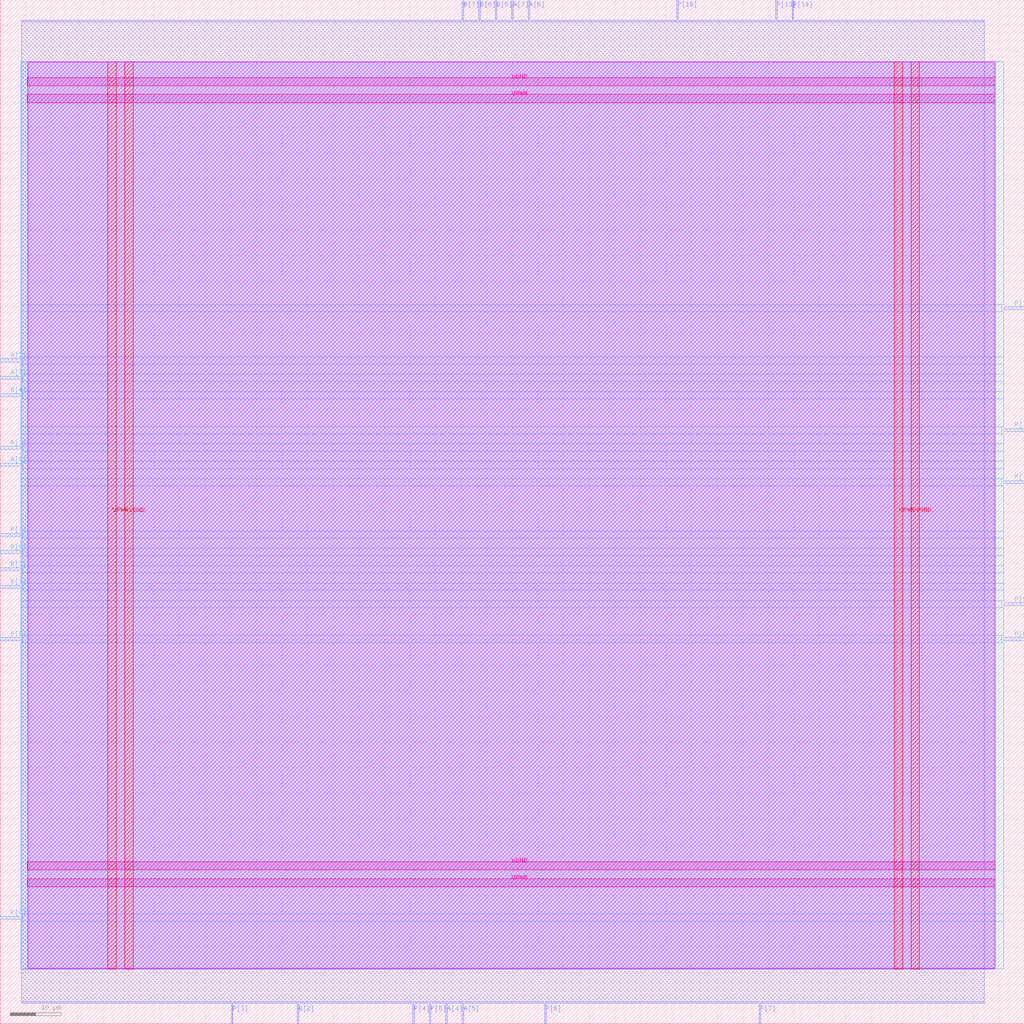
<source format=lef>
VERSION 5.7 ;
  NOWIREEXTENSIONATPIN ON ;
  DIVIDERCHAR "/" ;
  BUSBITCHARS "[]" ;
MACRO mult8_2bits_1op_e16767
  CLASS BLOCK ;
  FOREIGN mult8_2bits_1op_e16767 ;
  ORIGIN 0.000 0.000 ;
  SIZE 200.000 BY 200.000 ;
  PIN A[0]
    DIRECTION INPUT ;
    USE SIGNAL ;
    ANTENNAGATEAREA 0.495000 ;
    PORT
      LAYER met3 ;
        RECT 0.000 108.840 4.000 109.440 ;
    END
  END A[0]
  PIN A[1]
    DIRECTION INPUT ;
    USE SIGNAL ;
    ANTENNAGATEAREA 0.495000 ;
    PORT
      LAYER met3 ;
        RECT 0.000 112.240 4.000 112.840 ;
    END
  END A[1]
  PIN A[2]
    DIRECTION INPUT ;
    USE SIGNAL ;
    ANTENNAGATEAREA 0.196500 ;
    PORT
      LAYER met3 ;
        RECT 0.000 129.240 4.000 129.840 ;
    END
  END A[2]
  PIN A[3]
    DIRECTION INPUT ;
    USE SIGNAL ;
    ANTENNAGATEAREA 0.159000 ;
    PORT
      LAYER met3 ;
        RECT 0.000 125.840 4.000 126.440 ;
    END
  END A[3]
  PIN A[4]
    DIRECTION INPUT ;
    USE SIGNAL ;
    ANTENNAGATEAREA 0.126000 ;
    PORT
      LAYER met2 ;
        RECT 87.030 0.000 87.310 4.000 ;
    END
  END A[4]
  PIN A[5]
    DIRECTION INPUT ;
    USE SIGNAL ;
    ANTENNAGATEAREA 0.159000 ;
    PORT
      LAYER met2 ;
        RECT 90.250 0.000 90.530 4.000 ;
    END
  END A[5]
  PIN A[6]
    DIRECTION INPUT ;
    USE SIGNAL ;
    ANTENNAGATEAREA 0.213000 ;
    PORT
      LAYER met2 ;
        RECT 103.130 196.000 103.410 200.000 ;
    END
  END A[6]
  PIN A[7]
    DIRECTION INPUT ;
    USE SIGNAL ;
    ANTENNAGATEAREA 0.159000 ;
    PORT
      LAYER met2 ;
        RECT 99.910 196.000 100.190 200.000 ;
    END
  END A[7]
  PIN B[0]
    DIRECTION INPUT ;
    USE SIGNAL ;
    ANTENNAGATEAREA 0.213000 ;
    PORT
      LAYER met3 ;
        RECT 0.000 91.840 4.000 92.440 ;
    END
  END B[0]
  PIN B[1]
    DIRECTION INPUT ;
    USE SIGNAL ;
    ANTENNAGATEAREA 0.213000 ;
    PORT
      LAYER met3 ;
        RECT 0.000 88.440 4.000 89.040 ;
    END
  END B[1]
  PIN B[2]
    DIRECTION INPUT ;
    USE SIGNAL ;
    ANTENNAGATEAREA 0.213000 ;
    PORT
      LAYER met2 ;
        RECT 58.050 0.000 58.330 4.000 ;
    END
  END B[2]
  PIN B[3]
    DIRECTION INPUT ;
    USE SIGNAL ;
    ANTENNAGATEAREA 0.247500 ;
    PORT
      LAYER met3 ;
        RECT 0.000 85.040 4.000 85.640 ;
    END
  END B[3]
  PIN B[4]
    DIRECTION INPUT ;
    USE SIGNAL ;
    ANTENNAGATEAREA 0.159000 ;
    PORT
      LAYER met3 ;
        RECT 0.000 122.440 4.000 123.040 ;
    END
  END B[4]
  PIN B[5]
    DIRECTION INPUT ;
    USE SIGNAL ;
    ANTENNAGATEAREA 0.196500 ;
    PORT
      LAYER met2 ;
        RECT 96.690 196.000 96.970 200.000 ;
    END
  END B[5]
  PIN B[6]
    DIRECTION INPUT ;
    USE SIGNAL ;
    ANTENNAGATEAREA 0.159000 ;
    PORT
      LAYER met2 ;
        RECT 93.470 196.000 93.750 200.000 ;
    END
  END B[6]
  PIN B[7]
    DIRECTION INPUT ;
    USE SIGNAL ;
    ANTENNAGATEAREA 0.196500 ;
    PORT
      LAYER met2 ;
        RECT 90.250 196.000 90.530 200.000 ;
    END
  END B[7]
  PIN P[0]
    DIRECTION OUTPUT ;
    USE SIGNAL ;
    PORT
      LAYER met3 ;
        RECT 0.000 20.440 4.000 21.040 ;
    END
  END P[0]
  PIN P[10]
    DIRECTION OUTPUT ;
    USE SIGNAL ;
    ANTENNADIFFAREA 1.336500 ;
    PORT
      LAYER met3 ;
        RECT 196.000 105.440 200.000 106.040 ;
    END
  END P[10]
  PIN P[11]
    DIRECTION OUTPUT ;
    USE SIGNAL ;
    ANTENNADIFFAREA 1.336500 ;
    PORT
      LAYER met3 ;
        RECT 196.000 115.640 200.000 116.240 ;
    END
  END P[11]
  PIN P[12]
    DIRECTION OUTPUT ;
    USE SIGNAL ;
    ANTENNADIFFAREA 1.336500 ;
    PORT
      LAYER met3 ;
        RECT 196.000 139.440 200.000 140.040 ;
    END
  END P[12]
  PIN P[13]
    DIRECTION OUTPUT ;
    USE SIGNAL ;
    ANTENNADIFFAREA 1.336500 ;
    PORT
      LAYER met2 ;
        RECT 151.430 196.000 151.710 200.000 ;
    END
  END P[13]
  PIN P[14]
    DIRECTION OUTPUT ;
    USE SIGNAL ;
    ANTENNADIFFAREA 1.336500 ;
    PORT
      LAYER met2 ;
        RECT 154.650 196.000 154.930 200.000 ;
    END
  END P[14]
  PIN P[15]
    DIRECTION OUTPUT ;
    USE SIGNAL ;
    ANTENNADIFFAREA 1.782000 ;
    PORT
      LAYER met2 ;
        RECT 132.110 196.000 132.390 200.000 ;
    END
  END P[15]
  PIN P[1]
    DIRECTION OUTPUT ;
    USE SIGNAL ;
    ANTENNADIFFAREA 0.445500 ;
    PORT
      LAYER met3 ;
        RECT 0.000 95.240 4.000 95.840 ;
    END
  END P[1]
  PIN P[2]
    DIRECTION OUTPUT ;
    USE SIGNAL ;
    ANTENNADIFFAREA 0.445500 ;
    PORT
      LAYER met3 ;
        RECT 0.000 74.840 4.000 75.440 ;
    END
  END P[2]
  PIN P[3]
    DIRECTION OUTPUT ;
    USE SIGNAL ;
    ANTENNADIFFAREA 0.445500 ;
    PORT
      LAYER met2 ;
        RECT 45.170 0.000 45.450 4.000 ;
    END
  END P[3]
  PIN P[4]
    DIRECTION OUTPUT ;
    USE SIGNAL ;
    ANTENNADIFFAREA 0.445500 ;
    PORT
      LAYER met2 ;
        RECT 80.590 0.000 80.870 4.000 ;
    END
  END P[4]
  PIN P[5]
    DIRECTION OUTPUT ;
    USE SIGNAL ;
    ANTENNADIFFAREA 0.795200 ;
    PORT
      LAYER met2 ;
        RECT 83.810 0.000 84.090 4.000 ;
    END
  END P[5]
  PIN P[6]
    DIRECTION OUTPUT ;
    USE SIGNAL ;
    ANTENNADIFFAREA 0.891000 ;
    PORT
      LAYER met2 ;
        RECT 106.350 0.000 106.630 4.000 ;
    END
  END P[6]
  PIN P[7]
    DIRECTION OUTPUT ;
    USE SIGNAL ;
    ANTENNADIFFAREA 0.891000 ;
    PORT
      LAYER met2 ;
        RECT 148.210 0.000 148.490 4.000 ;
    END
  END P[7]
  PIN P[8]
    DIRECTION OUTPUT ;
    USE SIGNAL ;
    ANTENNADIFFAREA 0.891000 ;
    PORT
      LAYER met3 ;
        RECT 196.000 74.840 200.000 75.440 ;
    END
  END P[8]
  PIN P[9]
    DIRECTION OUTPUT ;
    USE SIGNAL ;
    ANTENNADIFFAREA 1.336500 ;
    PORT
      LAYER met3 ;
        RECT 196.000 81.640 200.000 82.240 ;
    END
  END P[9]
  PIN VGND
    DIRECTION INOUT ;
    USE GROUND ;
    PORT
      LAYER met4 ;
        RECT 24.340 10.640 25.940 187.920 ;
    END
    PORT
      LAYER met4 ;
        RECT 177.940 10.640 179.540 187.920 ;
    END
    PORT
      LAYER met5 ;
        RECT 5.280 30.030 194.360 31.630 ;
    END
    PORT
      LAYER met5 ;
        RECT 5.280 183.210 194.360 184.810 ;
    END
  END VGND
  PIN VPWR
    DIRECTION INOUT ;
    USE POWER ;
    PORT
      LAYER met4 ;
        RECT 21.040 10.640 22.640 187.920 ;
    END
    PORT
      LAYER met4 ;
        RECT 174.640 10.640 176.240 187.920 ;
    END
    PORT
      LAYER met5 ;
        RECT 5.280 26.730 194.360 28.330 ;
    END
    PORT
      LAYER met5 ;
        RECT 5.280 179.910 194.360 181.510 ;
    END
  END VPWR
  OBS
      LAYER nwell ;
        RECT 5.330 10.795 194.310 187.870 ;
      LAYER li1 ;
        RECT 5.520 10.795 194.120 187.765 ;
      LAYER met1 ;
        RECT 4.210 10.640 194.120 187.920 ;
      LAYER met2 ;
        RECT 4.230 195.720 89.970 196.000 ;
        RECT 90.810 195.720 93.190 196.000 ;
        RECT 94.030 195.720 96.410 196.000 ;
        RECT 97.250 195.720 99.630 196.000 ;
        RECT 100.470 195.720 102.850 196.000 ;
        RECT 103.690 195.720 131.830 196.000 ;
        RECT 132.670 195.720 151.150 196.000 ;
        RECT 151.990 195.720 154.370 196.000 ;
        RECT 155.210 195.720 192.190 196.000 ;
        RECT 4.230 4.280 192.190 195.720 ;
        RECT 4.230 4.000 44.890 4.280 ;
        RECT 45.730 4.000 57.770 4.280 ;
        RECT 58.610 4.000 80.310 4.280 ;
        RECT 81.150 4.000 83.530 4.280 ;
        RECT 84.370 4.000 86.750 4.280 ;
        RECT 87.590 4.000 89.970 4.280 ;
        RECT 90.810 4.000 106.070 4.280 ;
        RECT 106.910 4.000 147.930 4.280 ;
        RECT 148.770 4.000 192.190 4.280 ;
      LAYER met3 ;
        RECT 3.990 140.440 196.000 187.845 ;
        RECT 3.990 139.040 195.600 140.440 ;
        RECT 3.990 130.240 196.000 139.040 ;
        RECT 4.400 128.840 196.000 130.240 ;
        RECT 3.990 126.840 196.000 128.840 ;
        RECT 4.400 125.440 196.000 126.840 ;
        RECT 3.990 123.440 196.000 125.440 ;
        RECT 4.400 122.040 196.000 123.440 ;
        RECT 3.990 116.640 196.000 122.040 ;
        RECT 3.990 115.240 195.600 116.640 ;
        RECT 3.990 113.240 196.000 115.240 ;
        RECT 4.400 111.840 196.000 113.240 ;
        RECT 3.990 109.840 196.000 111.840 ;
        RECT 4.400 108.440 196.000 109.840 ;
        RECT 3.990 106.440 196.000 108.440 ;
        RECT 3.990 105.040 195.600 106.440 ;
        RECT 3.990 96.240 196.000 105.040 ;
        RECT 4.400 94.840 196.000 96.240 ;
        RECT 3.990 92.840 196.000 94.840 ;
        RECT 4.400 91.440 196.000 92.840 ;
        RECT 3.990 89.440 196.000 91.440 ;
        RECT 4.400 88.040 196.000 89.440 ;
        RECT 3.990 86.040 196.000 88.040 ;
        RECT 4.400 84.640 196.000 86.040 ;
        RECT 3.990 82.640 196.000 84.640 ;
        RECT 3.990 81.240 195.600 82.640 ;
        RECT 3.990 75.840 196.000 81.240 ;
        RECT 4.400 74.440 195.600 75.840 ;
        RECT 3.990 21.440 196.000 74.440 ;
        RECT 4.400 20.040 196.000 21.440 ;
        RECT 3.990 10.715 196.000 20.040 ;
  END
END mult8_2bits_1op_e16767
END LIBRARY


</source>
